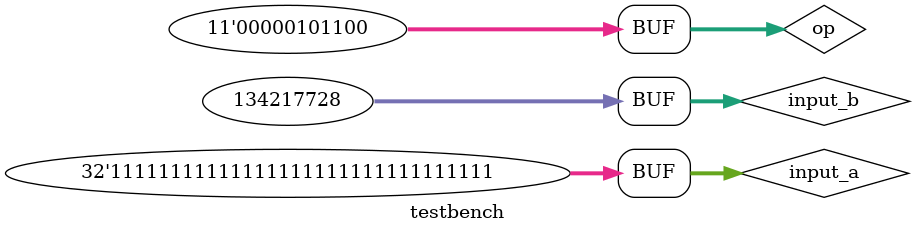
<source format=v>
`timescale 1ns / 1ps


module testbench(

    );
    reg [10:0] op;
    reg [31:0] input_a,input_b;
    wire [31:0] out;
    wire CF,OF,ZF,SF,PF;
    alu_32bit alu_32bit(op,input_a,input_b,CF,OF,ZF,SF,PF,out);
    initial
    begin
    //add
         op=11'b00000100000;        
         input_a=32'hf2340000;
         input_b=32'h80000000;
    #20  input_a=32'h7fffffff;
         input_b=32'h70000001;
    #20  input_a=32'h7fffffff;
         input_b=32'hf0000001;
    #20  input_a=32'hffffffff;
         input_b=32'h00000001;
    //addu          
    #20  op=11'b00000100001;   
         input_a=32'hf2340000;
         input_b=32'h80000000;
    #20  input_a=32'h7fffffff;
         input_b=32'h70000001;
    #20  input_a=32'hffffffff;
         input_b=32'h00000001;
    //sub    
    #20  op=11'b00000100010;        
         input_a=32'h72340000;
         input_b=32'h60000000;
    #20  input_a=32'h7fffffff;
         input_b=32'hf0000001;
    #20  input_a=32'hf00fffff;
         input_b=32'h7ffffff1;
    #20  input_a=32'hffffffff;
         input_b=32'hffffffff;
    #20  input_a=32'hf0000000;
         input_b=32'h0fffffff; 
    //subu
    #20  op=11'b00000100011;        
         input_a=32'h72340000;
         input_b=32'h60000000;
    #20  input_a=32'h7fffffff;
         input_b=32'hf0000001;
    #20  input_a=32'hffffffff;
         input_b=32'hffffffff;
    #20  input_a=32'hf0000000;
         input_b=32'h0fffffff; 
    //and
    #20  op=11'b00000100100;        
         input_a=32'h72340000;
         input_b=32'h60000000;
    #20  input_a=32'h7fffffff;
         input_b=32'h00000000; 
    //or
    #20  op=11'b00000100101;        
         input_a=32'h00000000;
         input_b=32'h00000000;
    #20  input_a=32'h7fffffff;
         input_b=32'hf0000001;
    //xor
    #20  op=11'b00000100110;        
         input_a=32'ha0000000;
         input_b=32'h50000000;
    #20  input_a=32'h7fffffff;
         input_b=32'hf0000001;
    //nor
    #20  op=11'b00000100111;        
         input_a=32'h123451ff;
         input_b=32'h60000000;
    #20  input_a=32'h7fffffff;
         input_b=32'hf0000001;
    //slt
    #20  op=11'b00000101010;        
         input_a=32'h72340000;
         input_b=32'hf0000000;
    #20  input_a=32'h7000000f;
         input_b=32'h7f000001;
    #20  input_a=32'hf0001231;
         input_b=32'h7ac34545;
    //sltu
    #20  op=11'b00000101011;        
         input_a=32'h72340000;
         input_b=32'hf0000000;
    #20  input_a=32'h7000000f;
         input_b=32'h7f000001;
    #20  input_a=32'hf0001231;
         input_b=32'h7ac34545;
    //shl
    #20  op=11'b00000000100;
         input_a=32'hffffffff;
         input_b=32'd5;
    //shr
    #20  op=11'b00000000110;
         input_a=32'hffffffff;
         input_b=32'd5;
    //sar
    #20  op=11'b00000000111;
         input_a=32'hffffffff;
         input_b=32'd3;
    #20  input_a=32'h0fffffff;
         input_b=32'd5;
     //truncate
     #20  op=11'b00000101100;
         input_a=32'hffffffff;
         input_b=32'b0000_0000_0000_0000_0000_0000_0000_1000;
     #20 input_a=32'hffffffff;
         input_b=32'b0000_0000_0000_0000_0000_0000_1000_0000;
     #20 input_a=32'hffffffff;
         input_b=32'b0000_0000_0000_0000_0000_1000_0000_0000;
     #20 input_a=32'hffffffff;
         input_b=32'b0000_0000_0000_0000_1000_0000_0000_0000;
     #20 input_a=32'hffffffff;
         input_b=32'b0000_0000_0000_1000_0000_0000_0000_0000;
     #20 input_a=32'hffffffff;
         input_b=32'b0000_0000_1000_0000_0000_0000_0000_0000;
     #20 input_a=32'hffffffff;
         input_b=32'b0000_1000_0000_0000_0000_0000_0000_0000;
    end
    
endmodule


</source>
